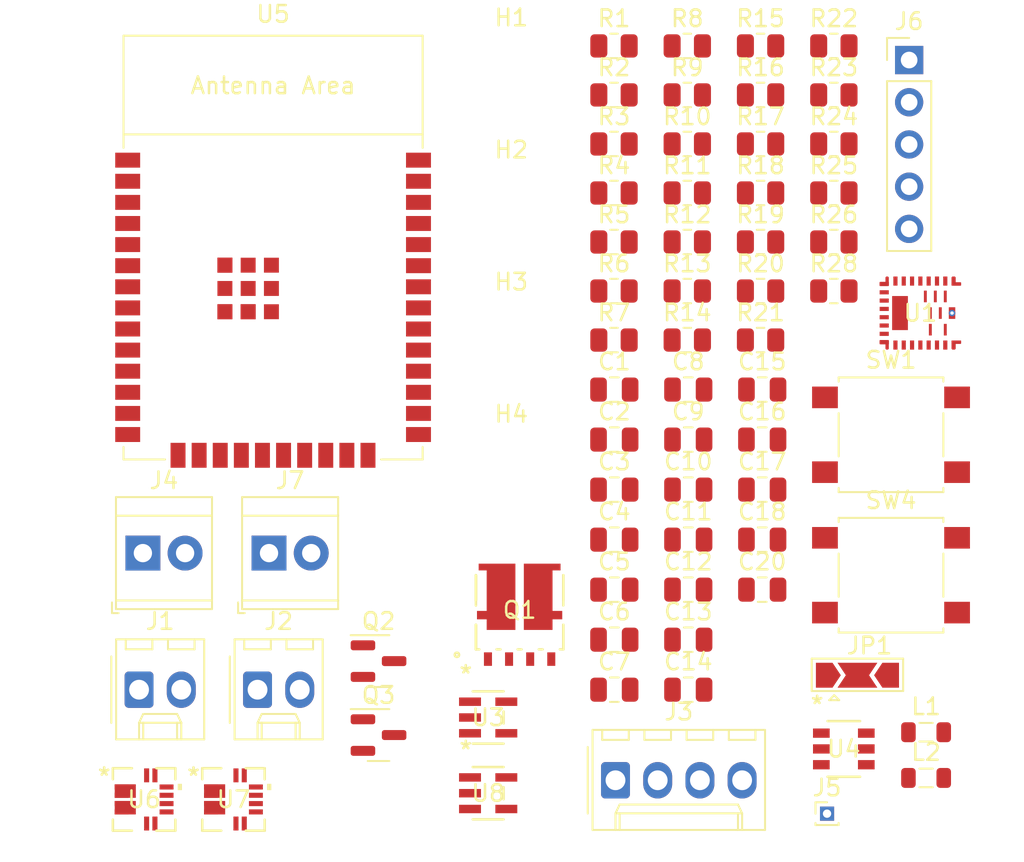
<source format=kicad_pcb>
(kicad_pcb (version 20221018) (generator pcbnew)
  (layers (0 "F.Cu" signal) (31 "B.Cu" signal) (34 "B.Paste" user) (35 "F.Paste" user) (36 "B.SilkS" user "B.Silkscreen") (37 "F.SilkS" user "F.Silkscreen") (38 "B.Mask" user) (39 "F.Mask" user) (44 "Edge.Cuts" user))
  (net 0 "")
  (net 1 "Net-(U1-VREG)")
  (net 2 "GND")
  (net 3 "Net-(C2-Pad1)")
  (net 4 "+12V")
  (net 5 "Net-(U1-BOOT)")
  (net 6 "Net-(C4-Pad2)")
  (net 7 "+5V")
  (net 8 "Net-(U1-AVIN)")
  (net 9 "Net-(U4-BST)")
  (net 10 "Net-(U4-SW)")
  (net 11 "Net-(U4-FB)")
  (net 12 "+3V3")
  (net 13 "/CHIP_PU")
  (net 14 "+3.3V")
  (net 15 "Net-(U5-DAC_1{slash}ADC2_CH8{slash}GPIO25)")
  (net 16 "/GPIO0_STRAPPING")
  (net 17 "Net-(J1-Pin_1)")
  (net 18 "/V_Pelt")
  (net 19 "/SDA")
  (net 20 "/SCL")
  (net 21 "/V_Coil")
  (net 22 "Net-(J5-Pin_1)")
  (net 23 "/RTS")
  (net 24 "/DTR")
  (net 25 "/TX")
  (net 26 "/RX")
  (net 27 "Net-(JP1-C)")
  (net 28 "/MOSTFET_HEATER")
  (net 29 "/MOSFET_PELTIER")
  (net 30 "/5V Heater")
  (net 31 "/5V Peltier")
  (net 32 "Net-(Q2-B)")
  (net 33 "Net-(Q2-C)")
  (net 34 "Net-(Q3-B)")
  (net 35 "Net-(Q3-C)")
  (net 36 "Net-(U1-SREF)")
  (net 37 "Net-(U1-VSET)")
  (net 38 "Net-(U1-FSEL)")
  (net 39 "Net-(U1-COMP)")
  (net 40 "Net-(U1-ILIM)")
  (net 41 "Net-(U1-SS_PFM)")
  (net 42 "Net-(U1-PGD)")
  (net 43 "Net-(U3-VIN-)")
  (net 44 "/Current_Heater")
  (net 45 "Net-(U8-VIN-)")
  (net 46 "/Current_Peltier")
  (net 47 "/FAULT_PELTIER")
  (net 48 "/FAULT_HEATER")
  (net 49 "/GPIO46_STRAPPING")
  (net 50 "/GPIO3_STRAPPING")
  (net 55 "Net-(U3-VIN+)")
  (net 56 "/GPIO")
  (net 67 "/MOSFET_HEATER")
  (net 71 "Net-(U8-VIN+)")
  (footprint "Resistor_SMD:R_0805_2012Metric" (layer "F.Cu") (at 147.7975 76.56)
    (fp_text reference "R4" (at 0 -1.65) (layer "F.SilkS"))
    (fp_text value "47.5k")
    (pad "1" smd roundrect (at -0.9125 0) (size 1.025 1.4) (layers "F.Cu" "F.Paste" "F.Mask") (roundrect_rratio 0.243902) (net 38 "Net-(U1-FSEL)"))
    (pad "2" smd roundrect (at 0.9125 0) (size 1.025 1.4) (layers "F.Cu" "F.Paste" "F.Mask") (roundrect_rratio 0.243902) (net 2 "GND"))
  )
  (footprint "Package_TO_SOT_SMD:SOT-23" (layer "F.Cu") (at 133.6275 109.18)
    (fp_text reference "Q3" (at 0 -2.4) (layer "F.SilkS"))
    (fp_text value "SS8050-G")
    (pad "1" smd roundrect (at -0.9375 -0.95) (size 1.475 0.6) (layers "F.Cu" "F.Paste" "F.Mask") (net 34 "Net-(Q3-B)"))
    (pad "2" smd roundrect (at -0.9375 0.95) (size 1.475 0.6) (layers "F.Cu" "F.Paste" "F.Mask") (net 24 "/DTR"))
    (pad "3" smd roundrect (at 0.9375 0) (size 1.475 0.6) (layers "F.Cu" "F.Paste" "F.Mask") (net 35 "Net-(Q3-C)"))
  )
  (footprint "Resistor_SMD:R_0805_2012Metric" (layer "F.Cu") (at 147.7975 73.61)
    (fp_text reference "R3" (at 0 -1.65) (layer "F.SilkS"))
    (fp_text value "49.9k")
    (pad "1" smd roundrect (at -0.9125 0) (size 1.025 1.4) (layers "F.Cu" "F.Paste" "F.Mask") (roundrect_rratio 0.243902) (net 37 "Net-(U1-VSET)"))
    (pad "2" smd roundrect (at 0.9125 0) (size 1.025 1.4) (layers "F.Cu" "F.Paste" "F.Mask") (roundrect_rratio 0.243902) (net 2 "GND"))
  )
  (footprint "Capacitor_SMD:C_0805_2012Metric" (layer "F.Cu") (at 147.8175 106.45)
    (fp_text reference "C7" (at 0 -1.68) (layer "F.SilkS"))
    (fp_text value "44uF")
    (pad "1" smd roundrect (at -0.95 0) (size 1 1.45) (layers "F.Cu" "F.Paste" "F.Mask") (net 7 "+5V"))
    (pad "2" smd roundrect (at 0.95 0) (size 1 1.45) (layers "F.Cu" "F.Paste" "F.Mask") (net 2 "GND"))
  )
  (footprint "MCP6001UT-I/OT:SOT-23-5_MC_MCH" (layer "F.Cu") (at 140.2253 108.123)
    (fp_text reference "U3" (at 0 0 unlocked) (layer "F.SilkS"))
    (fp_text value "MCP6001UT-I/OT")
    (fp_text user "*" (at -1.3462 -2.601 unlocked) (layer "F.SilkS"))
    (fp_text user "*" (at -1.3462 -2.601) (layer "F.SilkS"))
    (pad "1" smd rect (at -1.0922 -0.950001) (size 1.3208 0.508) (layers "F.Cu" "F.Paste" "F.Mask") (net 55 "Net-(U3-VIN+)"))
    (pad "2" smd rect (at -1.0922 0) (size 1.3208 0.508) (layers "F.Cu" "F.Paste" "F.Mask") (net 2 "GND"))
    (pad "3" smd rect (at -1.0922 0.950001) (size 1.3208 0.508) (layers "F.Cu" "F.Paste" "F.Mask") (net 43 "Net-(U3-VIN-)"))
    (pad "4" smd rect (at 1.0922 0.950001) (size 1.3208 0.508) (layers "F.Cu" "F.Paste" "F.Mask") (net 44 "/Current_Heater"))
    (pad "5" smd rect (at 1.0922 -0.950001) (size 1.3208 0.508) (layers "F.Cu" "F.Paste" "F.Mask") (net 12 "+3V3"))
  )
  (footprint "Capacitor_SMD:C_0805_2012Metric" (layer "F.Cu") (at 152.2675 100.43)
    (fp_text reference "C12" (at 0 -1.68) (layer "F.SilkS"))
    (fp_text value "100nF")
    (pad "1" smd roundrect (at -0.95 0) (size 1 1.45) (layers "F.Cu" "F.Paste" "F.Mask") (net 12 "+3V3"))
    (pad "2" smd roundrect (at 0.95 0) (size 1 1.45) (layers "F.Cu" "F.Paste" "F.Mask") (net 2 "GND"))
  )
  (footprint "Capacitor_SMD:C_0805_2012Metric" (layer "F.Cu") (at 152.2675 103.44)
    (fp_text reference "C13" (at 0 -1.68) (layer "F.SilkS"))
    (fp_text value "1u")
    (pad "1" smd roundrect (at -0.95 0) (size 1 1.45) (layers "F.Cu" "F.Paste" "F.Mask") (net 13 "/CHIP_PU"))
    (pad "2" smd roundrect (at 0.95 0) (size 1 1.45) (layers "F.Cu" "F.Paste" "F.Mask") (net 2 "GND"))
  )
  (footprint "Resistor_SMD:R_0805_2012Metric" (layer "F.Cu") (at 147.7975 67.71)
    (fp_text reference "R1" (at 0 -1.65) (layer "F.SilkS"))
    (fp_text value "10R")
    (pad "1" smd roundrect (at -0.9125 0) (size 1.025 1.4) (layers "F.Cu" "F.Paste" "F.Mask") (roundrect_rratio 0.243902) (net 4 "+12V"))
    (pad "2" smd roundrect (at 0.9125 0) (size 1.025 1.4) (layers "F.Cu" "F.Paste" "F.Mask") (roundrect_rratio 0.243902) (net 8 "Net-(U1-AVIN)"))
  )
  (footprint "Resistor_SMD:R_0805_2012Metric" (layer "F.Cu") (at 147.7975 82.46)
    (fp_text reference "R6" (at 0 -1.65) (layer "F.SilkS"))
    (fp_text value "61.9k")
    (pad "1" smd roundrect (at -0.9125 0) (size 1.025 1.4) (layers "F.Cu" "F.Paste" "F.Mask") (roundrect_rratio 0.243902) (net 2 "GND"))
    (pad "2" smd roundrect (at 0.9125 0) (size 1.025 1.4) (layers "F.Cu" "F.Paste" "F.Mask") (roundrect_rratio 0.243902) (net 40 "Net-(U1-ILIM)"))
  )
  (footprint "Resistor_SMD:R_0805_2012Metric" (layer "F.Cu") (at 152.2075 73.61)
    (fp_text reference "R10" (at 0 -1.65) (layer "F.SilkS"))
    (fp_text value "33.2k")
    (pad "1" smd roundrect (at -0.9125 0) (size 1.025 1.4) (layers "F.Cu" "F.Paste" "F.Mask") (roundrect_rratio 0.243902) (net 11 "Net-(U4-FB)"))
    (pad "2" smd roundrect (at 0.9125 0) (size 1.025 1.4) (layers "F.Cu" "F.Paste" "F.Mask") (roundrect_rratio 0.243902) (net 2 "GND"))
  )
  (footprint "MountingHole:MountingHole_3.2mm_M3" (layer "F.Cu") (at 141.6175 70.21)
    (fp_text reference "H1" (at 0 -4.2) (layer "F.SilkS"))
    (fp_text value "MountingHole")
    (pad "" np_thru_hole circle (at 0 0) (size 3.2 3.2) (drill 3.2) (layers "*.Cu" "*.Mask"))
  )
  (footprint "Capacitor_SMD:C_0805_2012Metric" (layer "F.Cu") (at 152.2675 94.41)
    (fp_text reference "C10" (at 0 -1.68) (layer "F.SilkS"))
    (fp_text value "10uF")
    (pad "1" smd roundrect (at -0.95 0) (size 1 1.45) (layers "F.Cu" "F.Paste" "F.Mask") (net 11 "Net-(U4-FB)"))
    (pad "2" smd roundrect (at 0.95 0) (size 1 1.45) (layers "F.Cu" "F.Paste" "F.Mask") (net 12 "+3V3"))
  )
  (footprint "Capacitor_SMD:C_0805_2012Metric" (layer "F.Cu") (at 156.7175 97.42)
    (fp_text reference "C18" (at 0 -1.68) (layer "F.SilkS"))
    (fp_text value "10uF")
    (pad "1" smd roundrect (at -0.95 0) (size 1 1.45) (layers "F.Cu" "F.Paste" "F.Mask") (net 12 "+3V3"))
    (pad "2" smd roundrect (at 0.95 0) (size 1 1.45) (layers "F.Cu" "F.Paste" "F.Mask") (net 2 "GND"))
  )
  (footprint "Resistor_SMD:R_0805_2012Metric" (layer "F.Cu") (at 156.6175 82.46)
    (fp_text reference "R20" (at 0 -1.65) (layer "F.SilkS"))
    (fp_text value "4.7k")
    (pad "1" smd roundrect (at -0.9125 0) (size 1.025 1.4) (layers "F.Cu" "F.Paste" "F.Mask") (roundrect_rratio 0.243902) (net 12 "+3V3"))
    (pad "2" smd roundrect (at 0.9125 0) (size 1.025 1.4) (layers "F.Cu" "F.Paste" "F.Mask") (roundrect_rratio 0.243902) (net 20 "/SCL"))
  )
  (footprint "Resistor_SMD:R_0805_2012Metric" (layer "F.Cu") (at 152.2075 82.46)
    (fp_text reference "R13" (at 0 -1.65) (layer "F.SilkS"))
    (fp_text value "500R")
    (pad "1" smd roundrect (at -0.9125 0) (size 1.025 1.4) (layers "F.Cu" "F.Paste" "F.Mask") (roundrect_rratio 0.243902) (net 43 "Net-(U3-VIN-)"))
    (pad "2" smd roundrect (at 0.9125 0) (size 1.025 1.4) (layers "F.Cu" "F.Paste" "F.Mask") (roundrect_rratio 0.243902) (net 2 "GND"))
  )
  (footprint "MountingHole:MountingHole_3.2mm_M3" (layer "F.Cu") (at 141.6175 86.11)
    (fp_text reference "H3" (at 0 -4.2) (layer "F.SilkS"))
    (fp_text value "MountingHole")
    (pad "" np_thru_hole circle (at 0 0) (size 3.2 3.2) (drill 3.2) (layers "*.Cu" "*.Mask"))
  )
  (footprint "TerminalBlock_TE-Connectivity:TerminalBlock_TE_282834-2_1x02_P2.54mm_Horizontal" (layer "F.Cu") (at 127.0375 98.23)
    (fp_text reference "J7" (at 1.27 -4.37) (layer "F.SilkS"))
    (fp_text value "Screw_Terminal_01x02")
    (pad "1" thru_hole rect (at 0 0) (size 2.1 2.1) (drill 1.1) (layers "*.Cu" "*.Mask") (net 2 "GND"))
    (pad "2" thru_hole circle (at 2.54 0) (size 2.1 2.1) (drill 1.1) (layers "*.Cu" "*.Mask") (net 4 "+12V"))
  )
  (footprint "Connector_PinHeader_2.54mm:PinHeader_1x05_P2.54mm_Vertical" (layer "F.Cu") (at 165.5575 68.56)
    (fp_text reference "J6" (at 0 -2.33) (layer "F.SilkS"))
    (fp_text value "USB-UART Bridge")
    (pad "1" thru_hole rect (at 0 0) (size 1.7 1.7) (drill 1) (layers "*.Cu" "*.Mask") (net 23 "/RTS"))
    (pad "2" thru_hole oval (at 0 2.54) (size 1.7 1.7) (drill 1) (layers "*.Cu" "*.Mask") (net 24 "/DTR"))
    (pad "3" thru_hole oval (at 0 5.08) (size 1.7 1.7) (drill 1) (layers "*.Cu" "*.Mask") (net 25 "/TX"))
    (pad "4" thru_hole oval (at 0 7.62) (size 1.7 1.7) (drill 1) (layers "*.Cu" "*.Mask") (net 26 "/RX"))
    (pad "5" thru_hole oval (at 0 10.16) (size 1.7 1.7) (drill 1) (layers "*.Cu" "*.Mask") (net 2 "GND"))
  )
  (footprint "TerminalBlock_TE-Connectivity:TerminalBlock_TE_282834-2_1x02_P2.54mm_Horizontal" (layer "F.Cu") (at 119.4475 98.23)
    (fp_text reference "J4" (at 1.27 -4.37) (layer "F.SilkS"))
    (fp_text value "Coil Connector")
    (pad "1" thru_hole rect (at 0 0) (size 2.1 2.1) (drill 1.1) (layers "*.Cu" "*.Mask") (net 21 "/V_Coil"))
    (pad "2" thru_hole circle (at 2.54 0) (size 2.1 2.1) (drill 1.1) (layers "*.Cu" "*.Mask") (net 2 "GND"))
  )
  (footprint "Resistor_SMD:R_0805_2012Metric" (layer "F.Cu") (at 156.6175 76.56)
    (fp_text reference "R18" (at 0 -1.65) (layer "F.SilkS"))
    (fp_text value "5k")
    (pad "1" smd roundrect (at -0.9125 0) (size 1.025 1.4) (layers "F.Cu" "F.Paste" "F.Mask") (roundrect_rratio 0.243902) (net 48 "/FAULT_HEATER"))
    (pad "2" smd roundrect (at 0.9125 0) (size 1.025 1.4) (layers "F.Cu" "F.Paste" "F.Mask") (roundrect_rratio 0.243902) (net 12 "+3V3"))
  )
  (footprint "Resistor_SMD:R_0805_2012Metric" (layer "F.Cu") (at 147.7975 85.41)
    (fp_text reference "R7" (at 0 -1.65) (layer "F.SilkS"))
    (fp_text value "26.1k")
    (pad "1" smd roundrect (at -0.9125 0) (size 1.025 1.4) (layers "F.Cu" "F.Paste" "F.Mask") (roundrect_rratio 0.243902) (net 2 "GND"))
    (pad "2" smd roundrect (at 0.9125 0) (size 1.025 1.4) (layers "F.Cu" "F.Paste" "F.Mask") (roundrect_rratio 0.243902) (net 41 "Net-(U1-SS_PFM)"))
  )
  (footprint "Resistor_SMD:R_0805_2012Metric" (layer "F.Cu") (at 161.0275 76.56)
    (fp_text reference "R25" (at 0 -1.65) (layer "F.SilkS"))
    (fp_text value "10k")
    (pad "1" smd roundrect (at -0.9125 0) (size 1.025 1.4) (layers "F.Cu" "F.Paste" "F.Mask") (roundrect_rratio 0.243902) (net 33 "Net-(Q2-C)"))
    (pad "2" smd roundrect (at 0.9125 0) (size 1.025 1.4) (layers "F.Cu" "F.Paste" "F.Mask") (roundrect_rratio 0.243902) (net 13 "/CHIP_PU"))
  )
  (footprint "Resistor_SMD:R_0805_2012Metric" (layer "F.Cu") (at 152.2075 79.51)
    (fp_text reference "R12" (at 0 -1.65) (layer "F.SilkS"))
    (fp_text value "10k")
    (pad "1" smd roundrect (at -0.9125 0) (size 1.025 1.4) (layers "F.Cu" "F.Paste" "F.Mask") (roundrect_rratio 0.243902) (net 15 "Net-(U5-DAC_1{slash}ADC2_CH8{slash}GPIO25)"))
    (pad "2" smd roundrect (at 0.9125 0) (size 1.025 1.4) (layers "F.Cu" "F.Paste" "F.Mask") (roundrect_rratio 0.243902) (net 17 "Net-(J1-Pin_1)"))
  )
  (footprint "AP62200WU_7:TSOT26-WU_DIO" (layer "F.Cu") (at 161.6269 110.0146)
    (fp_text reference "U4" (at 0 0 unlocked) (layer "F.SilkS"))
    (fp_text value "AP62200WU-7")
    (fp_text user "*" (at -1.60655 -2.6518) (layer "F.SilkS"))
    (fp_text user "*" (at -1.60655 -2.6518 unlocked) (layer "F.SilkS"))
    (pad "1" smd rect (at -1.35255 -0.950001) (size 1.0033 0.5588) (layers "F.Cu" "F.Paste" "F.Mask") (net 2 "GND"))
    (pad "2" smd rect (at -1.35255 0) (size 1.0033 0.5588) (layers "F.Cu" "F.Paste" "F.Mask") (net 10 "Net-(U4-SW)"))
    (pad "3" smd rect (at -1.35255 0.950001) (size 1.0033 0.5588) (layers "F.Cu" "F.Paste" "F.Mask") (net 4 "+12V"))
    (pad "4" smd rect (at 1.35255 0.950001) (size 1.0033 0.5588) (layers "F.Cu" "F.Paste" "F.Mask") (net 11 "Net-(U4-FB)"))
    (pad "5" smd rect (at 1.35255 0) (size 1.0033 0.5588) (layers "F.Cu" "F.Paste" "F.Mask") (net 56 "/GPIO"))
    (pad "6" smd rect (at 1.35255 -0.950001) (size 1.0033 0.5588) (layers "F.Cu" "F.Paste" "F.Mask") (net 9 "Net-(U4-BST)"))
  )
  (footprint "Resistor_SMD:R_0805_2012Metric" (layer "F.Cu") (at 156.6175 73.61)
    (fp_text reference "R17" (at 0 -1.65) (layer "F.SilkS"))
    (fp_text value "5k")
    (pad "1" smd roundrect (at -0.9125 0) (size 1.025 1.4) (layers "F.Cu" "F.Paste" "F.Mask") (roundrect_rratio 0.243902) (net 47 "/FAULT_PELTIER"))
    (pad "2" smd roundrect (at 0.9125 0) (size 1.025 1.4) (layers "F.Cu" "F.Paste" "F.Mask") (roundrect_rratio 0.243902) (net 12 "+3V3"))
  )
  (footprint "MountingHole:MountingHole_3.2mm_M3" (layer "F.Cu") (at 141.6175 78.16)
    (fp_text reference "H2" (at 0 -4.2) (layer "F.SilkS"))
    (fp_text value "MountingHole")
    (pad "" np_thru_hole circle (at 0 0) (size 3.2 3.2) (drill 3.2) (layers "*.Cu" "*.Mask"))
  )
  (footprint "Capacitor_SMD:C_0805_2012Metric" (layer "F.Cu") (at 156.7175 88.39)
    (fp_text reference "C15" (at 0 -1.68) (layer "F.SilkS"))
    (fp_text value "1uF")
    (pad "1" smd roundrect (at -0.95 0) (size 1 1.45) (layers "F.Cu" "F.Paste" "F.Mask") (net 15 "Net-(U5-DAC_1{slash}ADC2_CH8{slash}GPIO25)"))
    (pad "2" smd roundrect (at 0.95 0) (size 1 1.45) (layers "F.Cu" "F.Paste" "F.Mask") (net 2 "GND"))
  )
  (footprint "Resistor_SMD:R_0805_2012Metric" (layer "F.Cu") (at 161.0275 70.66)
    (fp_text reference "R23" (at 0 -1.65) (layer "F.SilkS"))
    (fp_text value "10k")
    (pad "1" smd roundrect (at -0.9125 0) (size 1.025 1.4) (layers "F.Cu" "F.Paste" "F.Mask") (roundrect_rratio 0.243902) (net 23 "/RTS"))
    (pad "2" smd roundrect (at 0.9125 0) (size 1.025 1.4) (layers "F.Cu" "F.Paste" "F.Mask") (roundrect_rratio 0.243902) (net 34 "Net-(Q3-B)"))
  )
  (footprint "ACS711KEXLT_31AB_T:QFN12_ACS711KEXLT-31AB-T_ALM" (layer "F.Cu") (at 124.8982 113.0543)
    (fp_text reference "U7" (at 0 0 unlocked) (layer "F.SilkS"))
    (fp_text value "ACS711KEXLT-31AB-T")
    (fp_text user "*" (at -2.4041 -1.381) (layer "F.SilkS"))
    (fp_text user "*" (at -2.4041 -1.381 unlocked) (layer "F.SilkS"))
    (fp_poly (pts (xy -0.499 -0.9104) (xy -0.499 -0.0976) (xy -1.7691 -0.097599) (xy -1.769 -0.9104)) (fill solid) (layer "F.Cu"))
    (fp_poly (pts (xy -0.499 0.0896) (xy -0.499 0.9024) (xy -1.7691 0.902401) (xy -1.769 0.0896)) (fill solid) (layer "F.Cu"))
    (pad "1" smd rect (at -1.35 -0.750001 90) (size 0.3048 0.8382) (layers "F.Cu" "F.Paste" "F.Mask") (net 31 "/5V Peltier"))
    (pad "2" smd rect (at -1.35 -0.25 90) (size 0.3048 0.8382) (layers "F.Cu" "F.Paste" "F.Mask") (net 31 "/5V Peltier"))
    (pad "3" smd rect (at -1.35 0.25 90) (size 0.3048 0.8382) (layers "F.Cu" "F.Paste" "F.Mask") (net 18 "/V_Pelt"))
    (pad "4" smd rect (at -1.35 0.750001 90) (size 0.3048 0.8382) (layers "F.Cu" "F.Paste" "F.Mask") (net 18 "/V_Pelt"))
    (pad "5" smd rect (at 0.150001 1.45) (size 0.3048 0.8382) (layers "F.Cu" "F.Paste" "F.Mask") (net 2 "GND"))
    (pad "6" smd rect (at 0.65 1.45) (size 0.3048 0.8382) (layers "F.Cu" "F.Paste" "F.Mask") (net 47 "/FAULT_PELTIER"))
    (pad "7" smd rect (at 1.35 0.750001 90) (size 0.3048 0.8382) (layers "F.Cu" "F.Paste" "F.Mask") (net 2 "GND"))
    (pad "8" smd rect (at 1.35 0.25 90) (size 0.3048 0.8382) (layers "F.Cu" "F.Paste" "F.Mask") (net 2 "GND"))
    (pad "9" smd rect (at 1.35 -0.25 90) (size 0.3048 0.8382) (layers "F.Cu" "F.Paste" "F.Mask") (net 2 "GND"))
    (pad "10" smd rect (at 1.35 -0.750001 90) (size 0.3048 0.8382) (layers "F.Cu" "F.Paste" "F.Mask") (net 2 "GND"))
    (pad "11" smd rect (at 0.65 -1.45) (size 0.3048 0.8382) (layers "F.Cu" "F.Paste" "F.Mask") (net 71 "Net-(U8-VIN+)"))
    (pad "12" smd rect (at 0.150001 -1.45) (size 0.3048 0.8382) (layers "F.Cu" "F.Paste" "F.Mask") (net 12 "+3V3"))
  )
  (footprint "Connector_Molex:Molex_KK-254_AE-6410-02A_1x02_P2.54mm_Vertical" (layer "F.Cu") (at 126.3475 106.45)
    (fp_text reference "J2" (at 1.27 -4.12) (layer "F.SilkS"))
    (fp_text value "Peltier Connector")
    (pad "1" thru_hole roundrect (at 0 0) (size 1.74 2.19) (drill 1.19) (layers "*.Cu" "*.Mask") (roundrect_rratio 0.143678) (net 18 "/V_Pelt"))
    (pad "2" thru_hole oval (at 2.54 0) (size 1.74 2.19) (drill 1.19) (layers "*.Cu" "*.Mask") (net 2 "GND"))
  )
  (footprint "Resistor_SMD:R_0805_2012Metric" (layer "F.Cu") (at 147.7975 70.66)
    (fp_text reference "R2" (at 0 -1.65) (layer "F.SilkS"))
    (fp_text value "10k")
    (pad "1" smd roundrect (at -0.9125 0) (size 1.025 1.4) (layers "F.Cu" "F.Paste" "F.Mask") (roundrect_rratio 0.243902) (net 36 "Net-(U1-SREF)"))
    (pad "2" smd roundrect (at 0.9125 0) (size 1.025 1.4) (layers "F.Cu" "F.Paste" "F.Mask") (roundrect_rratio 0.243902) (net 37 "Net-(U1-VSET)"))
  )
  (footprint "Capacitor_SMD:C_0805_2012Metric" (layer "F.Cu") (at 147.8175 94.41)
    (fp_text reference "C3" (at 0 -1.68) (layer "F.SilkS"))
    (fp_text value "40uF")
    (pad "1" smd roundrect (at -0.95 0) (size 1 1.45) (layers "F.Cu" "F.Paste" "F.Mask") (net 3 "Net-(C2-Pad1)"))
    (pad "2" smd roundrect (at 0.95 0) (size 1 1.45) (layers "F.Cu" "F.Paste" "F.Mask") (net 4 "+12V"))
  )
  (footprint "Resistor_SMD:R_0805_2012Metric" (layer "F.Cu") (at 152.2075 67.71)
    (fp_text reference "R8" (at 0 -1.65) (layer "F.SilkS"))
    (fp_text value "10k")
    (pad "1" smd roundrect (at -0.9125 0) (size 1.025 1.4) (layers "F.Cu" "F.Paste" "F.Mask") (roundrect_rratio 0.243902) (net 1 "Net-(U1-VREG)"))
    (pad "2" smd roundrect (at 0.9125 0) (size 1.025 1.4) (layers "F.Cu" "F.Paste" "F.Mask") (roundrect_rratio 0.243902) (net 42 "Net-(U1-PGD)"))
  )
  (footprint "ACS711KEXLT_31AB_T:QFN12_ACS711KEXLT-31AB-T_ALM" (layer "F.Cu") (at 119.5218 113.0543)
    (fp_text reference "U6" (at 0 0 unlocked) (layer "F.SilkS"))
    (fp_text value "ACS711KEXLT-31AB-T")
    (fp_text user "*" (at -2.4041 -1.381 unlocked) (layer "F.SilkS"))
    (fp_text user "*" (at -2.4041 -1.381) (layer "F.SilkS"))
    (fp_poly (pts (xy -0.499 -0.9104) (xy -0.499 -0.0976) (xy -1.7691 -0.097599) (xy -1.769 -0.9104)) (fill solid) (layer "F.Cu"))
    (fp_poly (pts (xy -0.499 0.0896) (xy -0.499 0.9024) (xy -1.7691 0.902401) (xy -1.769 0.0896)) (fill solid) (layer "F.Cu"))
    (pad "1" smd rect (at -1.35 -0.750001 90) (size 0.3048 0.8382) (layers "F.Cu" "F.Paste" "F.Mask") (net 30 "/5V Heater"))
    (pad "2" smd rect (at -1.35 -0.25 90) (size 0.3048 0.8382) (layers "F.Cu" "F.Paste" "F.Mask") (net 30 "/5V Heater"))
    (pad "3" smd rect (at -1.35 0.25 90) (size 0.3048 0.8382) (layers "F.Cu" "F.Paste" "F.Mask") (net 21 "/V_Coil"))
    (pad "4" smd rect (at -1.35 0.750001 90) (size 0.3048 0.8382) (layers "F.Cu" "F.Paste" "F.Mask") (net 21 "/V_Coil"))
    (pad "5" smd rect (at 0.150001 1.45) (size 0.3048 0.8382) (layers "F.Cu" "F.Paste" "F.Mask") (net 2 "GND"))
    (pad "6" smd rect (at 0.65 1.45) (size 0.3048 0.8382) (layers "F.Cu" "F.Paste" "F.Mask") (net 48 "/FAULT_HEATER"))
    (pad "7" smd rect (at 1.35 0.750001 90) (size 0.3048 0.8382) (layers "F.Cu" "F.Paste" "F.Mask") (net 2 "GND"))
    (pad "8" smd rect (at 1.35 0.25 90) (size 0.3048 0.8382) (layers "F.Cu" "F.Paste" "F.Mask") (net 2 "GND"))
    (pad "9" smd rect (at 1.35 -0.25 90) (size 0.3048 0.8382) (layers "F.Cu" "F.Paste" "F.Mask") (net 2 "GND"))
    (pad "10" smd rect (at 1.35 -0.750001 90) (size 0.3048 0.8382) (layers "F.Cu" "F.Paste" "F.Mask") (net 2 "GND"))
    (pad "11" smd rect (at 0.65 -1.45) (size 0.3048 0.8382) (layers "F.Cu" "F.Paste" "F.Mask") (net 55 "Net-(U3-VIN+)"))
    (pad "12" smd rect (at 0.150001 -1.45) (size 0.3048 0.8382) (layers "F.Cu" "F.Paste" "F.Mask") (net 12 "+3V3"))
  )
  (footprint "Resistor_SMD:R_0805_2012Metric" (layer "F.Cu") (at 152.2075 70.66)
    (fp_text reference "R9" (at 0 -1.65) (layer "F.SilkS"))
    (fp_text value "31.6k")
    (pad "1" smd roundrect (at -0.9125 0) (size 1.025 1.4) (layers "F.Cu" "F.Paste" "F.Mask") (roundrect_rratio 0.243902) (net 12 "+3V3"))
    (pad "2" smd roundrect (at 0.9125 0) (size 1.025 1.4) (layers "F.Cu" "F.Paste" "F.Mask") (roundrect_rratio 0.243902) (net 11 "Net-(U4-FB)"))
  )
  (footprint "Jumper:SolderJumper-3_P2.0mm_Open_TrianglePad1.0x1.5mm" (layer "F.Cu") (at 162.4475 105.58)
    (fp_text reference "JP1" (at 0.725 -1.775) (layer "F.SilkS"))
    (fp_text value "SolderJumper_3_Open")
    (pad "1" smd custom (at -2 0) (size 0.3 0.3) (layers "F.Cu" "F.Mask") (net 2 "GND") (options (clearance outline) (anchor rect)) (primitives (gr_poly (pts (xy 1 0) (xy 0.5 0.75) (xy -0.5 0.75) (xy -0.5 -0.75) (xy 0.5 -0.75)) (width 0) (fill yes))))
    (pad "2" smd custom (at 0 0) (size 0.3 0.3) (layers "F.Cu") (net 27 "Net-(JP1-C)") (options (clearance outline) (anchor rect)) (primitives (gr_poly (pts (xy 0.7 0) (xy 1.2 0.75) (xy -1.2 0.75) (xy -0.7 0) (xy -1.2 -0.75) (xy 1.2 -0.75)) (width 0) (fill yes))))
    (pad "3" smd custom (at 2 0 180) (size 0.3 0.3) (layers "F.Cu" "F.Mask") (net 12 "+3V3") (options (clearance outline) (anchor rect)) (primitives (gr_poly (pts (xy 1 0) (xy 0.5 0.75) (xy -0.5 0.75) (xy -0.5 -0.75) (xy 0.5 -0.75)) (width 0) (fill yes))))
  )
  (footprint "Connector_Molex:Molex_KK-254_AE-6410-02A_1x02_P2.54mm_Vertical" (layer "F.Cu") (at 119.2175 106.45)
    (fp_text reference "J1" (at 1.27 -4.12) (layer "F.SilkS"))
    (fp_text value "Pairing Button")
    (pad "1" thru_hole roundrect (at 0 0) (size 1.74 2.19) (drill 1.19) (layers "*.Cu" "*.Mask") (roundrect_rratio 0.143678) (net 17 "Net-(J1-Pin_1)"))
    (pad "2" thru_hole oval (at 2.54 0) (size 1.74 2.19) (drill 1.19) (layers "*.Cu" "*.Mask") (net 2 "GND"))
  )
  (footprint "Connector_PinHeader_1.00mm:PinHeader_1x01_P1.00mm_Vertical" (layer "F.Cu") (at 160.6175 113.91)
    (fp_text reference "J5" (at 0 -1.56) (layer "F.SilkS"))
    (fp_text value "Capacitive Touch Wire")
    (pad "1" thru_hole rect (at 0 0) (size 0.85 0.85) (drill 0.5) (layers "*.Cu" "*.Mask") (net 22 "Net-(J5-Pin_1)"))
  )
  (footprint "Resistor_SMD:R_0805_2012Metric" (layer "F.Cu") (at 152.2075 76.56)
    (fp_text reference "R11" (at 0 -1.65) (layer "F.SilkS"))
    (fp_text value "100k")
    (pad "1" smd roundrect (at -0.9125 0) (size 1.025 1.4) (layers "F.Cu" "F.Paste" "F.Mask") (roundrect_rratio 0.243902) (net 12 "+3V3"))
    (pad "2" smd roundrect (at 0.9125 0) (size 1.025 1.4) (layers "F.Cu" "F.Paste" "F.Mask") (roundrect_rratio 0.243902) (net 13 "/CHIP_PU"))
  )
  (footprint "Resistor_SMD:R_0805_2012Metric" (layer "F.Cu") (at 161.0275 73.61)
    (fp_text reference "R24" (at 0 -1.65) (layer "F.SilkS"))
    (fp_text value "1k")
    (pad "1" smd roundrect (at -0.9125 0) (size 1.025 1.4) (layers "F.Cu" "F.Paste" "F.Mask") (roundrect_rratio 0.243902) (net 50 "/GPIO3_STRAPPING"))
    (pad "2" smd roundrect (at 0.9125 0) (size 1.025 1.4) (layers "F.Cu" "F.Paste" "F.Mask") (roundrect_rratio 0.243902) (net 27 "Net-(JP1-C)"))
  )
  (footprint "Capacitor_SMD:C_0805_2012Metric" (layer "F.Cu") (at 147.8175 91.4)
    (fp_text reference "C2" (at 0 -1.68) (layer "F.SilkS"))
    (fp_text value "0.1uF")
    (pad "1" smd roundrect (at -0.95 0) (size 1 1.45) (layers "F.Cu" "F.Paste" "F.Mask") (net 3 "Net-(C2-Pad1)"))
    (pad "2" smd roundrect (at 0.95 0) (size 1 1.45) (layers "F.Cu" "F.Paste" "F.Mask") (net 4 "+12V"))
  )
  (footprint "Capacitor_SMD:C_0805_2012Metric" (layer "F.Cu") (at 152.2675 88.39)
    (fp_text reference "C8" (at 0 -1.68) (layer "F.SilkS"))
    (fp_text value "200nF")
    (pad "1" smd roundrect (at -0.95 0) (size 1 1.45) (layers "F.Cu" "F.Paste" "F.Mask") (net 9 "Net-(U4-BST)"))
    (pad "2" smd roundrect (at 0.95 0) (size 1 1.45) (layers "F.Cu" "F.Paste" "F.Mask") (net 10 "Net-(U4-SW)"))
  )
  (footprint "Package_TO_SOT_SMD:SOT-23" (layer "F.Cu") (at 133.6275 104.73)
    (fp_text reference "Q2" (at 0 -2.4) (layer "F.SilkS"))
    (fp_text value "SS8050-G")
    (pad "1" smd roundrect (at -0.9375 -0.95) (size 1.475 0.6) (layers "F.Cu" "F.Paste" "F.Mask") (net 32 "Net-(Q2-B)"))
    (pad "2" smd roundrect (at -0.9375 0.95) (size 1.475 0.6) (layers "F.Cu" "F.Paste" "F.Mask") (net 23 "/RTS"))
    (pad "3" smd roundrect (at 0.9375 0) (size 1.475 0.6) (layers "F.Cu" "F.Paste" "F.Mask") (net 33 "Net-(Q2-C)"))
  )
  (footprint "Connector_Molex:Molex_KK-254_AE-6410-04A_1x04_P2.54mm_Vertical" (layer "F.Cu") (at 147.8875 111.9)
    (fp_text reference "J3" (at 3.81 -4.12) (layer "F.SilkS"))
    (fp_text value "Conn_01x04")
    (pad "1" thru_hole roundrect (at 0 0) (size 1.74 2.19) (drill 1.19) (layers "*.Cu" "*.Mask") (roundrect_rratio 0.143678) (net 2 "GND"))
    (pad "2" thru_hole oval (at 2.54 0) (size 1.74 2.19) (drill 1.19) (layers "*.Cu" "*.Mask") (net 19 "/SDA"))
    (pad "3" thru_hole oval (at 5.08 0) (size 1.74 2.19) (drill 1.19) (layers "*.Cu" "*.Mask") (net 20 "/SCL"))
    (pad "4" thru_hole oval (at 7.62 0) (size 1.74 2.19) (drill 1.19) (layers "*.Cu" "*.Mask") (net 14 "+3.3V"))
  )
  (footprint "Resistor_SMD:R_0805_2012Metric" (layer "F.Cu") (at 147.7975 79.51)
    (fp_text reference "R5" (at 0 -1.65) (layer "F.SilkS"))
    (fp_text value "18.2k")
    (pad "1" smd roundrect (at -0.9125 0) (size 1.025 1.4) (layers "F.Cu" "F.Paste" "F.Mask") (roundrect_rratio 0.243902) (net 39 "Net-(U1-COMP)"))
    (pad "2" smd roundrect (at 0.9125 0) (size 1.025 1.4) (layers "F.Cu" "F.Paste" "F.Mask") (roundrect_rratio 0.243902) (net 2 "GND"))
  )
  (footprint "Inductor_SMD:L_0805_2012Metric" (layer "F.Cu") (at 166.5775 111.76)
    (fp_text reference "L2" (at 0 -1.55) (layer "F.SilkS"))
    (fp_text value "4.7uH")
    (pad "1" smd roundrect (at -1.0625 0) (size 0.875 1.2) (layers "F.Cu" "F.Paste" "F.Mask") (net 10 "Net-(U4-SW)"))
    (pad "2" smd roundrect (at 1.0625 0) (size 0.875 1.2) (layers "F.Cu" "F.Paste" "F.Mask") (net 12 "+3V3"))
  )
  (footprint "Inductor_SMD:L_0805_2012Metric" (layer "F.Cu") (at 166.5775 109.01)
    (fp_text reference "L1" (at 0 -1.55) (layer "F.SilkS"))
    (fp_text value "2.2uH")
    (pad "1" smd roundrect (at -1.0625 0) (size 0.875 1.2) (layers "F.Cu" "F.Paste" "F.Mask") (net 6 "Net-(C4-Pad2)"))
    (pad "2" smd roundrect (at 1.0625 0) (size 0.875 1.2) (layers "F.Cu" "F.Paste" "F.Mask") (net 7 "+5V"))
  )
  (footprint "Capacitor_SMD:C_0805_2012Metric" (layer "F.Cu") (at 152.2675 106.45)
    (fp_text reference "C14" (at 0 -1.68) (layer "F.SilkS"))
    (fp_text value "1uF")
    (pad "1" smd roundrect (at -0.95 0) (size 1 1.45) (layers "F.Cu" "F.Paste" "F.Mask") (net 14 "+3.3V"))
    (pad "2" smd roundrect (at 0.95 0) (size 1 1.45) (layers "F.Cu" "F.Paste" "F.Mask") (net 2 "GND"))
  )
  (footprint "Resistor_SMD:R_0805_2012Metric" (layer "F.Cu") (at 161.0275 67.71)
    (fp_text reference "R22" (at 0 -1.65) (layer "F.SilkS"))
    (fp_text value "10k")
    (pad "1" smd roundrect (at -0.9125 0) (size 1.025 1.4) (layers "F.Cu" "F.Paste" "F.Mask") (roundrect_rratio 0.243902) (net 24 "/DTR"))
    (pad "2" smd roundrect (at 0.9125 0) (size 1.025 1.4) (layers "F.Cu" "F.Paste" "F.Mask") (roundrect_rratio 0.243902) (net 32 "Net-(Q2-B)"))
  )
  (footprint "Button_Switch_SMD:SW_SPST_B3S-1000" (layer "F.Cu") (at 164.4675 99.56)
    (fp_text reference "SW4" (at 0 -4.5) (layer "F.SilkS"))
    (fp_text value "SW_Push")
    (pad "1" smd rect (at -3.975 -2.25) (size 1.55 1.3) (layers "F.Cu" "F.Paste" "F.Mask") (net 2 "GND"))
    (pad "1" smd rect (at 3.975 -2.25) (size 1.55 1.3) (layers "F.Cu" "F.Paste" "F.Mask") (net 2 "GND"))
    (pad "2" smd rect (at -3.975 2.25) (size 1.55 1.3) (layers "F.Cu" "F.Paste" "F.Mask") (net 16 "/GPIO0_STRAPPING"))
    (pad "2" smd rect (at 3.975 2.25) (size 1.55 1.3) (layers "F.Cu" "F.Paste" "F.Mask") (net 16 "/GPIO0_STRAPPING"))
  )
  (footprint "Resistor_SMD:R_0805_2012Metric" (layer "F.Cu") (at 161.0275 82.46)
    (fp_text reference "R28" (at 0 -1.65) (layer "F.SilkS"))
    (fp_text value "100k")
    (pad "1" smd roundrect (at -0.9125 0) (size 1.025 1.4) (layers "F.Cu" "F.Paste" "F.Mask") (roundrect_rratio 0.243902) (net 12 "+3V3"))
    (pad "2" smd roundrect (at 0.9125 0) (size 1.025 1.4) (layers "F.Cu" "F.Paste" "F.Mask") (roundrect_rratio 0.243902) (net 16 "/GPIO0_STRAPPING"))
  )
  (footprint "Capacitor_SMD:C_0805_2012Metric" (layer "F.Cu") (at 147.8175 88.39)
    (fp_text reference "C1" (at 0 -1.68) (layer "F.SilkS"))
    (fp_text value "4.7uF")
    (pad "1" smd roundrect (at -0.95 0) (size 1 1.45) (layers "F.Cu" "F.Paste" "F.Mask") (net 1 "Net-(U1-VREG)"))
    (pad "2" smd roundrect (at 0.95 0) (size 1 1.45) (layers "F.Cu" "F.Paste" "F.Mask") (net 2 "GND"))
  )
  (footprint "MCP6001UT-I/OT:SOT-23-5_MC_MCH" (layer "F.Cu") (at 140.2253 112.679)
    (fp_text reference "U8" (at 0 0 unlocked) (layer "F.SilkS"))
    (fp_text value "MCP6001UT-I/OT")
    (fp_text user "*" (at -1.3462 -2.601) (layer "F.SilkS"))
    (fp_text user "*" (at -1.3462 -2.601 unlocked) (layer "F.SilkS"))
    (pad "1" smd rect (at -1.0922 -0.950001) (size 1.3208 0.508) (layers "F.Cu" "F.Paste" "F.Mask") (net 71 "Net-(U8-VIN+)"))
    (pad "2" smd rect (at -1.0922 0) (size 1.3208 0.508) (layers "F.Cu" "F.Paste" "F.Mask") (net 2 "GND"))
    (pad "3" smd rect (at -1.0922 0.950001) (size 1.3208 0.508) (layers "F.Cu" "F.Paste" "F.Mask") (net 45 "Net-(U8-VIN-)"))
    (pad "4" smd rect (at 1.0922 0.950001) (size 1.3208 0.508) (layers "F.Cu" "F.Paste" "F.Mask") (net 46 "/Current_Peltier"))
    (pad "5" smd rect (at 1.0922 -0.950001) (size 1.3208 0.508) (layers "F.Cu" "F.Paste" "F.Mask") (net 12 "+3V3"))
  )
  (footprint "Button_Switch_SMD:SW_SPST_B3S-1000" (layer "F.Cu") (at 164.4675 91.11)
    (fp_text reference "SW1" (at 0 -4.5) (layer "F.SilkS"))
    (fp_text value "SW_Push")
    (pad "1" smd rect (at -3.975 -2.25) (size 1.55 1.3) (layers "F.Cu" "F.Paste" "F.Mask") (net 2 "GND"))
    (pad "1" smd rect (at 3.975 -2.25) (size 1.55 1.3) (layers "F.Cu" "F.Paste" "F.Mask") (net 2 "GND"))
    (pad "2" smd rect (at -3.975 2.25) (size 1.55 1.3) (layers "F.Cu" "F.Paste" "F.Mask") (net 13 "/CHIP_PU"))
    (pad "2" smd rect (at 3.975 2.25) (size 1.55 1.3) (layers "F.Cu" "F.Paste" "F.Mask") (net 13 "/CHIP_PU"))
  )
  (footprint "Capacitor_SMD:C_0805_2012Metric" (layer "F.Cu") (at 147.8175 100.43)
    (fp_text reference "C5" (at 0 -1.68) (layer "F.SilkS"))
    (fp_text value "330uF")
    (pad "1" smd roundrect (at -0.95 0) (size 1 1.45) (layers "F.Cu" "F.Paste" "F.Mask") (net 7 "+5V"))
    (pad "2" smd roundrect (at 0.95 0) (size 1 1.45) (layers "F.Cu" "F.Paste" "F.Mask") (net 2 "GND"))
  )
  (footprint "Capacitor_SMD:C_0805_2012Metric" (layer "F.Cu") (at 152.2675 97.42)
    (fp_text reference "C11" (at 0 -1.68) (layer "F.SilkS"))
    (fp_text value "44uF")
    (pad "1" smd roundrect (at -0.95 0) (size 1 1.45) (layers "F.Cu" "F.Paste" "F.Mask") (net 2 "GND"))
    (pad "2" smd roundrect (at 0.95 0) (size 1 1.45) (layers "F.Cu" "F.Paste" "F.Mask") (net 12 "+3V3"))
  )
  (footprint "PCM_Espressif:ESP32-WROOM-32E" (layer "F.Cu") (at 127.2825 81.595)
    (fp_text reference "U5" (at 0 -15.8) (layer "F.SilkS"))
    (fp_text value "ESP32-WROOM-E")
    (fp_text user "Antenna Area" (at 0 -11.5) (layer "F.SilkS"))
    (pad "1" smd rect (at -8.75 -7.01) (size 1.5 0.9) (layers "F.Cu" "F.Paste" "F.Mask") (net 2 "GND"))
    (pad "2" smd rect (at -8.75 -5.74) (size 1.5 0.9) (layers "F.Cu" "F.Paste" "F.Mask") (net 12 "+3V3"))
    (pad "3" smd rect (at -8.75 -4.47) (size 1.5 0.9) (layers "F.Cu" "F.Paste" "F.Mask") (net 13 "/CHIP_PU"))
    (pad "4" smd rect (at -8.75 -3.2) (size 1.5 0.9) (layers "F.Cu" "F.Paste" "F.Mask") (net 44 "/Current_Heater"))
    (pad "5" smd rect (at -8.75 -1.93) (size 1.5 0.9) (layers "F.Cu" "F.Paste" "F.Mask") (net 46 "/Current_Peltier"))
    (pad "6" smd rect (at -8.75 -0.66) (size 1.5 0.9) (layers "F.Cu" "F.Paste" "F.Mask") (net 48 "/FAULT_HEATER"))
    (pad "7" smd rect (at -8.75 0.61) (size 1.5 0.9) (layers "F.Cu" "F.Paste" "F.Mask") (net 47 "/FAULT_PELTIER"))
    (pad "8" smd rect (at -8.75 1.88) (size 1.5 0.9) (layers "F.Cu" "F.Paste" "F.Mask"))
    (pad "9" smd rect (at -8.75 3.15) (size 1.5 0.9) (layers "F.Cu" "F.Paste" "F.Mask"))
    (pad "10" smd rect (at -8.75 4.42) (size 1.5 0.9) (layers "F.Cu" "F.Paste" "F.Mask") (net 15 "Net-(U5-DAC_1{slash}ADC2_CH8{slash}GPIO25)"))
    (pad "11" smd rect (at -8.75 5.69) (size 1.5 0.9) (layers "F.Cu" "F.Paste" "F.Mask"))
    (pad "12" smd rect (at -8.75 6.96) (size 1.5 0.9) (layers "F.Cu" "F.Paste" "F.Mask"))
    (pad "13" smd rect (at -8.75 8.23) (size 1.5 0.9) (layers "F.Cu" "F.Paste" "F.Mask"))
    (pad "14" smd rect (at -8.75 9.5) (size 1.5 0.9) (layers "F.Cu" "F.Paste" "F.Mask"))
    (pad "15" smd rect (at -5.72 10.75 90) (size 1.5 0.9) (layers "F.Cu" "F.Paste" "F.Mask") (net 2 "GND"))
    (pad "16" smd rect (at -4.45 10.75 90) (size 1.5 0.9) (layers "F.Cu" "F.Paste" "F.Mask"))
    (pad "17" smd rect (at -3.18 10.75 90) (size 1.5 0.9) (layers "F.Cu" "F.Paste" "F.Mask"))
    (pad "18" smd rect (at -1.91 10.75 90) (size 1.5 0.9) (layers "F.Cu" "F.Paste" "F.Mask"))
    (pad "19" smd rect (at -0.64 10.75 90) (size 1.5 0.9) (layers "F.Cu" "F.Paste" "F.Mask"))
    (pad "20" smd rect (at 0.63 10.75 90) (size 1.5 0.9) (layers "F.Cu" "F.Paste" "F.Mask"))
    (pad "21" smd rect (at 1.9 10.75 90) (size 1.5 0.9) (layers "F.Cu" "F.Paste" "F.Mask"))
    (pad "22" smd rect (at 3.17 10.75 90) (size 1.5 0.9) (layers "F.Cu" "F.Paste" "F.Mask"))
    (pad "23" smd rect (at 4.44 10.75 90) (size 1.5 0.9) (layers "F.Cu" "F.Paste" "F.Mask"))
    (pad "24" smd rect (at 5.71 10.75 90) (size 1.5 0.9) (layers "F.Cu" "F.Paste" "F.Mask"))
    (pad "25" smd rect (at 8.75 9.5 180) (size 1.5 0.9) (layers "F.Cu" "F.Paste" "F.Mask") (net 16 "/GPIO0_STRAPPING"))
    (pad "26" smd rect (at 8.75 8.23 180) (size 1.5 0.9) (layers "F.Cu" "F.Paste" "F.Mask") (net 22 "Net-(J5-Pin_1)"))
    (pad "27" smd rect (at 8.75 6.96 180) (size 1.5 0.9) (layers "F.Cu" "F.Paste" "F.Mask"))
    (pad "28" smd rect (at 8.75 5.69 180) (size 1.5 0.9) (layers "F.Cu" "F.Paste" "F.Mask") (net 67 "/MOSFET_HEATER"))
    (pad "29" smd rect (at 8.75 4.42 180) (size 1.5 0.9) (layers "F.Cu" "F.Paste" "F.Mask"))
    (pad "30" smd rect (at 8.75 3.15 180) (size 1.5 0.9) (layers "F.Cu" "F.Paste" "F.Mask") (net 29 "/MOSFET_PELTIER"))
    (pad "31" smd rect (at 8.75 1.88 180) (size 1.5 0.9) (layers "F.Cu" "F.Paste" "F.Mask"))
    (pad "32" smd rect (at 8.75 0.61 180) (size 1.5 0.9) (layers "F.Cu" "F.Paste" "F.Mask"))
    (pad "33" smd rect (at 8.75 -0.66 180) (size 1.5 0.9) (layers "F.Cu" "F.Paste" "F.Mask") (net 19 "/SDA"))
    (pad "34" smd rect (at 8.75 -1.93 180) (size 1.5 0.9) (layers "F.Cu" "F.Paste" "F.Mask") (net 26 "/RX"))
    (pad "35" smd rect (at 8.75 -3.2 180) (size 1.5 0.9) (layers "F.Cu" "F.Paste" "F.Mask") (net 25 "/TX"))
    (pad "36" smd rect (at 8.75 -4.47 180) (size 1.5 0.9) (layers "F.Cu" "F.Paste" "F.Mask") (net 20 "/SCL"))
    (pad "37" smd rect (at 8.75 -5.74 180) (size 1.5 0.9) (layers "F.Cu" "F.Paste" "F.Mask"))
    (pad "38" smd rect (at 8.75 -7.01 180) (size 1.5 0.9) (layers "F.Cu" "F.Paste" "F.Mask") (net 2 "GND"))
    (pad "39" smd rect (at -2.9 -0.69 180) (size 0.9 0.9) (layers "F.Cu" "F.Paste" "F.Mask") (net 2 "GND"))
    (pad "39" smd rect (at -2.9 -0.69 180) (size 0.9 0.9) (layers "F.Cu" "F.Paste" "F.Mask") (net 2 "GND"))
    (pad "39" smd rect (at -2.9 0.71 180) (size 0.9 0.9) (layers "F.Cu" "F.Paste" "F.Mask") (net 2 "GND"))
    (pad "39" smd rect (at -2.9 2.11 180) (size 0.9 0.9) (layers "F.Cu" "F.Paste" "F.Mask") (net 2 "GND"))
    (pad "39" smd rect (at -2.9 2.11 180) (size 0.9 0.9) (layers "F.Cu" "F.Paste" "F.Mask") (net 2 "GND"))
    (pad "39" smd rect (at -1.5 -0.69 180) (size 0.9 0.9) (layers "F.Cu" "F.Paste" "F.Mask") (net 2 "GND"))
    (pad "39" smd rect (at -1.5 0.71 180) (size 0.9 0.9) (layers "F.Cu" "F.Paste" "F.Mask") (net 2 "GND"))
    (pad "39" smd rect (at -1.5 2.11 180) (size 0.9 0.9) (layers "F.Cu" "F.Paste" "F.Mask") (net 2 "GND"))
    (pad "39" smd rect (at -1.5 2.11 180) (size 0.9 0.9) (layers "F.Cu" "F.Paste" "F.Mask") (net 2 "GND"))
    (pad "39" smd rect (at -0.1 -0.69 180) (size 0.9 0.9) (layers "F.Cu" "F.Paste" "F.Mask") (net 2 "GND"))
    (pad "39" smd rect (at -0.1 0.71 180) (size 0.9 0.9) (layers "F.Cu" "F.Paste" "F.Mask") (net 2 "GND"))
    (pad "39" smd rect (at -0.1 2.11 180) (size 0.9 0.9) (layers "F.Cu" "F.Paste" "F.Mask") (net 2 "GND"))
  )
  (footprint "Resistor_SMD:R_0805_2012Metric" (layer "F.Cu") (at 161.0275 79.51)
    (fp_text reference "R26" (at 0 -1.65) (layer "F.SilkS"))
    (fp_text value "10k")
    (pad "1" smd roundrect (at -0.9125 0) (size 1.025 1.4) (layers "F.Cu" "F.Paste" "F.Mask") (roundrect_rratio 0.243902) (net 35 "Net-(Q3-C)"))
    (pad "2" smd roundrect (at 0.9125 0) (size 1.025 1.4) (layers "F.Cu" "F.Paste" "F.Mask") (roundrect_rratio 0.243902) (net 16 "/GPIO0_STRAPPING"))
  )
  (footprint "TPS542A50RJMR:RJM0033A" (layer "F.Cu") (at 166.2333 83.785798)
    (fp_text reference "U1" (at 0 0 unlocked) (layer "F.SilkS"))
    (fp_text value "TPS542A50RJMR")
    (fp_poly (pts (xy 1.875 -1.699999) (xy 1.925 -1.649999) (xy 2.4 -1.649999) (xy 2.45 -1.699999) (xy 2.45 -1.799999) (xy 2.4 -1.849999) (xy 2.125 -1.849999) (xy 2.125 -2.149998) (xy 2.075 -2.199998) (xy 1.925 -2.199998) (xy 1.875 -2.149998)) (fill solid) (layer "F.Cu"))
    (fp_poly (pts (xy 1.875 2.150001) (xy 1.925 2.200001) (xy 2.075 2.200001) (xy 2.125 2.150001) (xy 2.125 1.850001) (xy 2.4 1.850001) (xy 2.45 1.800001) (xy 2.45 1.700002) (xy 2.4 1.650002) (xy 1.925 1.650002) (xy 1.875 1.700002)) (fill solid) (layer "F.Cu"))
    (fp_poly (pts (xy -2.4 -1.624998) (xy -2.45 -1.674998) (xy -2.45 -1.825) (xy -2.4 -1.875) (xy -2.100001 -1.875) (xy -2.100001 -2.149998) (xy -2.099998 -2.149998) (xy -2.049998 -2.199998) (xy -1.949999 -2.199998) (xy -1.899999 -2.149998) (xy -1.899999 -1.674998) (xy -1.949999 -1.624998)) (fill solid) (layer "F.Cu"))
    (fp_poly (pts (xy -2.4 1.875) (xy -2.45 1.825) (xy -2.45 1.675) (xy -2.4 1.625001) (xy -1.949999 1.625001) (xy -1.899999 1.675) (xy -1.899999 2.150001) (xy -1.949999 2.200001) (xy -2.049998 2.200001) (xy -2.099998 2.150001) (xy -2.100001 2.150001) (xy -2.100001 1.875)) (fill solid) (layer "F.Cu"))
    (pad "1" smd rect (at -2.174999 -1.749999) (size 0.549999 0.249999) (layers "F.Cu" "F.Mask") (net 40 "Net-(U1-ILIM)"))
    (pad "2" smd rect (at -2.174999 -1.25) (size 0.549999 0.249999) (layers "F.Cu" "F.Paste" "F.Mask") (net 41 "Net-(U1-SS_PFM)"))
    (pad "3" smd rect (at -2.174999 -0.749998) (size 0.549999 0.249999) (layers "F.Cu" "F.Paste" "F.Mask"))
    (pad "4" smd rect (at -2.174999 -0.25) (size 0.549999 0.249999) (layers "F.Cu" "F.Paste" "F.Mask"))
    (pad "5" smd rect (at -2.174999 0.25) (size 0.549999 0.249999) (layers "F.Cu" "F.Paste" "F.Mask"))
    (pad "6" smd rect (at -2.174999 0.750001) (size 0.549999 0.249999) (layers "F.Cu" "F.Paste" "F.Mask") (net 2 "GND"))
    (pad "7" smd rect (at -2.174999 1.25) (size 0.549999 0.249999) (layers "F.Cu" "F.Paste" "F.Mask") (net 7 "+5V"))
    (pad "8" smd rect (at -2.174999 1.750002) (size 0.549999 0.249999) (layers "F.Cu" "F.Mask") (net 2 "GND"))
    (pad "9" smd rect (at -1.5 1.925 90) (size 0.549999 0.249999) (layers "F.Cu" "F.Paste" "F.Mask") (net 37 "Net-(U1-VSET)"))
    (pad "10" smd rect (at -1.000001 1.925 90) (size 0.549999 0.249999) (layers "F.Cu" "F.Paste" "F.Mask") (net 36 "Net-(U1-SREF)"))
    (pad "11" smd rect (at -0.499999 1.925 90) (size 0.549999 0.249999) (layers "F.Cu" "F.Paste" "F.Mask") (net 42 "Net-(U1-PGD)"))
    (pad "12" smd rect (at 0 1.925 90) (size 0.549999 0.249999) (layers "F.Cu" "F.Paste" "F.Mask") (net 1 "Net-(U1-VREG)"))
    (pad "13" smd rect (at 0.500002 1.925 90) (size 0.549999 0.249999) (layers "F.Cu" "F.Paste" "F.Mask") (net 2 "GND"))
    (pad "14" smd rect (at 1.000001 1.925 90) (size 0.549999 0.249999) (layers "F.Cu" "F.Paste" "F.Mask") (net 2 "GND"))
    (pad "15" smd rect (at 1.5 1.925 90) (size 0.549999 0.249999) (layers "F.Cu" "F.Paste" "F.Mask") (net 2 "GND"))
    (pad "16" smd rect (at 2.1625 1.750002) (size 0.575 0.2) (layers "F.Cu" "F.Paste" "F.Mask") (net 2 "GND"))
    (pad "17" smd rect (at 2.1625 -1.750002) (size 0.575 0.2) (layers "F.Cu" "F.Paste" "F.Mask") (net 5 "Net-(U1-BOOT)"))
    (pad "18" smd rect (at 1.5 -1.925 90) (size 0.549999 0.249999) (layers "F.Cu" "F.Paste" "F.Mask") (net 4 "+12V"))
    (pad "19" smd rect (at 1.000001 -1.925 90) (size 0.549999 0.249999) (layers "F.Cu" "F.Paste" "F.Mask") (net 4 "+12V"))
    (pad "20" smd rect (at 0.499999 -1.925 90) (size 0.549999 0.249999) (layers "F.Cu" "F.Paste" "F.Mask") (net 4 "+12V"))
    (pad "21" smd rect (at 0 -1.925 90) (size 0.549999 0.249999) (layers "F.Cu" "F.Paste" "F.Mask") (net 8 "Net-(U1-AVIN)"))
    (pad "22" smd rect (at -0.499999 -1.925 90) (size 0.549999 0.249999) (layers "F.Cu" "F.Paste" "F.Mask"))
    (pad "23" smd rect (at -1.000001 -1.925 90) (size 0.549999 0.249999) (layers "F.Cu" "F.Paste" "F.Mask") (net 38 "Net-(U1-FSEL)"))
    (pad "24" smd rect (at -1.5 -1.925 90) (size 0.549999 0.249999) (layers "F.Cu" "F.Paste" "F.Mask") (net 39 "Net-(U1-COMP)"))
    (pad "25" smd rect (at -1.224999 0) (size 0.950001 2.050001) (layers "F.Cu" "F.Mask") (net 2 "GND"))
    (pad "26" smd rect (at 0.299999 -1.000001 90) (size 0.700001 0.175001) (layers "F.Cu" "F.Mask") (net 6 "Net-(C4-Pad2)"))
    (pad "27" smd rect (at 0.900001 -1.000001 90) (size 0.700001 0.175001) (layers "F.Cu" "F.Mask") (net 6 "Net-(C4-Pad2)"))
    (pad "28" smd rect (at 1.5 -1.000001 90) (size 0.700001 0.175001) (layers "F.Cu" "F.Mask") (net 6 "Net-(C4-Pad2)"))
    (pad "29" smd rect (at 0.599999 0 90) (size 0.700001 0.175001) (layers "F.Cu" "F.Mask") (net 2 "GND"))
    (pad "30" smd rect (at 1.2 0 90) (size 0.700001 0.175001) (layers "F.Cu" "F.Mask") (net 2 "GND"))
    (pad "31" smd rect (at 1.906001 0 90) (size 0.700001 0.388) (layers "F.Cu" "F.Mask") (net 2 "GND"))
    (pad "32" smd rect (at 0.599999 1.000001 90) (size 0.700001 0.175001) (layers "F.Cu" "F.Mask") (net 2 "GND"))
    (pad "33" smd rect (at 1.5 1.000001 90) (size 0.700001 0.175001) (layers "F.Cu" "F.Mask") (net 2 "GND"))
    (pad "V" thru_hole circle (at 1.906001 0) (size 0.388 0.388) (drill 0.2032) (layers "*.Cu" "*.Mask"))
  )
  (footprint "MountingHole:MountingHole_3.2mm_M3" (layer "F.Cu") (at 141.6175 94.06)
    (fp_text reference "H4" (at 0 -4.2) (layer "F.SilkS"))
    (fp_text value "MountingHole")
    (pad "" np_thru_hole circle (at 0 0) (size 3.2 3.2) (drill 3.2) (layers "*.Cu" "*.Mask"))
  )
  (footprint "Capacitor_SMD:C_0805_2012Metric" (layer "F.Cu") (at 147.8175 103.44)
    (fp_text reference "C6" (at 0 -1.68) (layer "F.SilkS"))
    (fp_text value "0.47uF")
    (pad "1" smd roundrect (at -0.95 0) (size 1 1.45) (layers "F.Cu" "F.Paste" "F.Mask") (net 2 "GND"))
    (pad "2" smd roundrect (at 0.95 0) (size 1 1.45) (layers "F.Cu" "F.Paste" "F.Mask") (net 8 "Net-(U1-AVIN)"))
  )
  (footprint "Capacitor_SMD:C_0805_2012Metric" (layer "F.Cu") (at 152.2675 91.4)
    (fp_text reference "C9" (at 0 -1.68) (layer "F.SilkS"))
    (fp_text value "10uF")
    (pad "1" smd roundrect (at -0.95 0) (size 1 1.45) (layers "F.Cu" "F.Paste" "F.Mask") (net 2 "GND"))
    (pad "2" smd roundrect (at 0.95 0) (size 1 1.45) (layers "F.Cu" "F.Paste" "F.Mask") (net 4 "+12V"))
  )
  (footprint "Resistor_SMD:R_0805_2012Metric" (layer "F.Cu") (at 156.6175 70.66)
    (fp_text reference "R16" (at 0 -1.65) (layer "F.SilkS"))
    (fp_text value "10k")
    (pad "1" smd roundrect (at -0.9125 0) (size 1.025 1.4) (layers "F.Cu" "F.Paste" "F.Mask") (roundrect_rratio 0.243902) (net 45 "Net-(U8-VIN-)"))
    (pad "2" smd roundrect (at 0.9125 0) (size 1.025 1.4) (layers "F.Cu" "F.Paste" "F.Mask") (roundrect_rratio 0.243902) (net 46 "/Current_Peltier"))
  )
  (footprint "Resistor_SMD:R_0805_2012Metric" (layer "F.Cu") (at 152.2075 85.41)
    (fp_text reference "R14" (at 0 -1.65) (layer "F.SilkS"))
    (fp_text value "10k")
    (pad "1" smd roundrect (at -0.9125 0) (size 1.025 1.4) (layers "F.Cu" "F.Paste" "F.Mask") (roundrect_rratio 0.243902) (net 43 "Net-(U3-VIN-)"))
    (pad "2" smd roundrect (at 0.9125 0) (size 1.025 1.4) (layers "F.Cu" "F.Paste" "F.Mask") (roundrect_rratio 0.243902) (net 44 "/Current_Heater"))
  )
  (footprint "SQJ951EP_T1_GE3:MOSFET_DEP-T1_GE3_VIS" (layer "F.Cu") (at 142.1176 101.660857)
    (fp_text reference "Q1" (at 0 0 unlocked) (layer "F.SilkS"))
    (fp_text value "SQJ951EP-T1_GE3")
    (fp_poly (pts (xy -2.4638 -2.795657) (xy -0.254 -2.795651) (xy -0.254 1.192149) (xy -1.9812 1.192149) (xy -1.9812 0.556) (xy -2.5654 0.556) (xy -2.5654 0.048) (xy -1.9812 0.048) (xy -1.9812 -2.389257) (xy -2.4638 -2.389257)) (fill solid) (layer "F.Cu"))
    (fp_poly (pts (xy 0.254 -2.795651) (xy 2.4638 -2.795657) (xy 2.4638 -2.389257) (xy 1.9812 -2.389257) (xy 1.9812 0.048) (xy 2.5654 0.048) (xy 2.5654 0.556) (xy 1.9812 0.556) (xy 1.9812 1.192149) (xy 0.254 1.192149)) (fill solid) (layer "F.Cu"))
    (pad "1" smd rect (at -1.905 2.948252) (size 0.4826 0.8128) (layers "F.Cu" "F.Paste" "F.Mask") (net 7 "+5V"))
    (pad "2" smd rect (at -0.635 2.948252) (size 0.4826 0.8128) (layers "F.Cu" "F.Paste" "F.Mask") (net 28 "/MOSTFET_HEATER"))
    (pad "3" smd rect (at 0.635 2.948252) (size 0.4826 0.8128) (layers "F.Cu" "F.Paste" "F.Mask") (net 7 "+5V"))
    (pad "4" smd rect (at 1.905 2.948252) (size 0.4826 0.8128) (layers "F.Cu" "F.Paste" "F.Mask") (net 29 "/MOSFET_PELTIER"))
    (pad "5" smd rect (at -1.1176 -0.801751) (size 0.127 0.127) (layers "F.Cu" "F.Paste" "F.Mask") (net 30 "/5V Heater"))
    (pad "6" smd rect (at 1.1176 -0.801751) (size 0.127 0.127) (layers "F.Cu" "F.Paste" "F.Mask") (net 31 "/5V Peltier"))
  )
  (footprint "Capacitor_SMD:C_0805_2012Metric" (layer "F.Cu") (at 156.7175 100.43)
    (fp_text reference "C20" (at 0 -1.68) (layer "F.SilkS"))
    (fp_text value "1u")
    (pad "1" smd roundrect (at -0.95 0) (size 1 1.45) (layers "F.Cu" "F.Paste" "F.Mask") (net 16 "/GPIO0_STRAPPING"))
    (pad "2" smd roundrect (at 0.95 0) (size 1 1.45) (layers "F.Cu" "F.Paste" "F.Mask") (net 2 "GND"))
  )
  (footprint "Resistor_SMD:R_0805_2012Metric" (layer "F.Cu") (at 156.6175 85.41)
    (fp_text reference "R21" (at 0 -1.65) (layer "F.SilkS"))
    (fp_text value "1k")
    (pad "1" smd roundrect (at -0.9125 0) (size 1.025 1.4) (layers "F.Cu" "F.Paste" "F.Mask") (roundrect_rratio 0.243902) (net 49 "/GPIO46_STRAPPING"))
    (pad "2" smd roundrect (at 0.9125 0) (size 1.025 1.4) (layers "F.Cu" "F.Paste" "F.Mask") (roundrect_rratio 0.243902) (net 12 "+3V3"))
  )
  (footprint "Capacitor_SMD:C_0805_2012Metric" (layer "F.Cu") (at 147.8175 97.42)
    (fp_text reference "C4" (at 0 -1.68) (layer "F.SilkS"))
    (fp_text value "0.1uF")
    (pad "1" smd roundrect (at -0.95 0) (size 1 1.45) (layers "F.Cu" "F.Paste" "F.Mask") (net 5 "Net-(U1-BOOT)"))
    (pad "2" smd roundrect (at 0.95 0) (size 1 1.45) (layers "F.Cu" "F.Paste" "F.Mask") (net 6 "Net-(C4-Pad2)"))
  )
  (footprint "Resistor_SMD:R_0805_2012Metric" (layer "F.Cu") (at 156.6175 79.51)
    (fp_text reference "R19" (at 0 -1.65) (layer "F.SilkS"))
    (fp_text value "4.7k")
    (pad "1" smd roundrect (at -0.9125 0) (size 1.025 1.4) (layers "F.Cu" "F.Paste" "F.Mask") (roundrect_rratio 0.243902) (net 12 "+3V3"))
    (pad "2" smd roundrect (at 0.9125 0) (size 1.025 1.4) (layers "F.Cu" "F.Paste" "F.Mask") (roundrect_rratio 0.243902) (net 19 "/SDA"))
  )
  (footprint "Resistor_SMD:R_0805_2012Metric" (layer "F.Cu") (at 156.6175 67.71)
    (fp_text reference "R15" (at 0 -1.65) (layer "F.SilkS"))
    (fp_text value "500R")
    (pad "1" smd roundrect (at -0.9125 0) (size 1.025 1.4) (layers "F.Cu" "F.Paste" "F.Mask") (roundrect_rratio 0.243902) (net 45 "Net-(U8-VIN-)"))
    (pad "2" smd roundrect (at 0.9125 0) (size 1.025 1.4) (layers "F.Cu" "F.Paste" "F.Mask") (roundrect_rratio 0.243902) (net 2 "GND"))
  )
  (footprint "Capacitor_SMD:C_0805_2012Metric" (layer "F.Cu") (at 156.7175 94.41)
    (fp_text reference "C17" (at 0 -1.68) (layer "F.SilkS"))
    (fp_text value "0.1uF")
    (pad "1" smd roundrect (at -0.95 0) (size 1 1.45) (layers "F.Cu" "F.Paste" "F.Mask") (net 12 "+3V3"))
    (pad "2" smd roundrect (at 0.95 0) (size 1 1.45) (layers "F.Cu" "F.Paste" "F.Mask") (net 2 "GND"))
  )
  (footprint "Capacitor_SMD:C_0805_2012Metric" (layer "F.Cu") (at 156.7175 91.4)
    (fp_text reference "C16" (at 0 -1.68) (layer "F.SilkS"))
    (fp_text value "0.1uF")
    (pad "1" smd roundrect (at -0.95 0) (size 1 1.45) (layers "F.Cu" "F.Paste" "F.Mask") (net 12 "+3V3"))
    (pad "2" smd roundrect (at 0.95 0) (size 1 1.45) (layers "F.Cu" "F.Paste" "F.Mask") (net 2 "GND"))
  )
)
</source>
